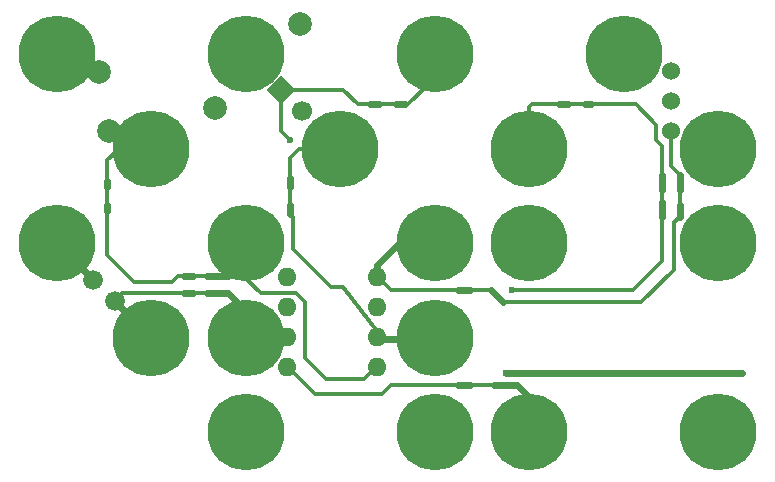
<source format=gbl>
G04 #@! TF.FileFunction,Copper,L2,Bot,Signal*
%FSLAX46Y46*%
G04 Gerber Fmt 4.6, Leading zero omitted, Abs format (unit mm)*
G04 Created by KiCad (PCBNEW (2015-08-15 BZR 6092)-product) date 2/28/2016 10:29:08 PM*
%MOMM*%
G01*
G04 APERTURE LIST*
%ADD10C,0.100000*%
%ADD11C,6.500000*%
%ADD12C,1.676400*%
%ADD13C,1.700000*%
%ADD14O,1.600000X1.600000*%
%ADD15C,1.998980*%
%ADD16C,1.524000*%
%ADD17C,2.000000*%
%ADD18C,0.600000*%
%ADD19C,0.304800*%
%ADD20C,0.609600*%
G04 APERTURE END LIST*
D10*
D11*
X169000000Y-56000000D03*
X169000000Y-40000000D03*
X145000000Y-56000000D03*
D12*
X116101974Y-43101974D03*
X117898026Y-44898026D03*
D10*
G36*
X132000000Y-28202082D02*
X130797918Y-27000000D01*
X132000000Y-25797918D01*
X133202082Y-27000000D01*
X132000000Y-28202082D01*
X132000000Y-28202082D01*
G37*
D13*
X133796051Y-28796051D03*
D14*
X132500000Y-42900000D03*
X132500000Y-45440000D03*
X132500000Y-47980000D03*
X132500000Y-50520000D03*
X140120000Y-50520000D03*
X140120000Y-47980000D03*
X140120000Y-45440000D03*
X140120000Y-42900000D03*
D15*
X126407898Y-28592102D03*
X133592102Y-21407898D03*
D11*
X129000000Y-48000000D03*
X145000000Y-48000000D03*
X129000000Y-40000000D03*
X129000000Y-56000000D03*
X145000000Y-40000000D03*
X161000000Y-24000000D03*
X169000000Y-32000000D03*
D16*
X165000000Y-28000000D03*
X165000000Y-30540000D03*
X165000000Y-25460000D03*
D11*
X129000000Y-24000000D03*
X137000000Y-32000000D03*
X145000000Y-24000000D03*
X153000000Y-32000000D03*
X153000000Y-40000000D03*
X153000000Y-56000000D03*
X113000000Y-40000000D03*
X121000000Y-48000000D03*
X113000000Y-24000000D03*
X121000000Y-32000000D03*
D17*
X117434120Y-30462019D03*
X116565880Y-25537981D03*
D18*
X132750000Y-31250000D03*
X151500000Y-44000000D03*
X151000000Y-51000000D03*
X171000000Y-51000000D03*
D19*
X132000000Y-30500000D02*
X132000000Y-27000000D01*
X132750000Y-31250000D02*
X132000000Y-30500000D01*
X139500000Y-28250000D02*
X138500000Y-28250000D01*
X138500000Y-28250000D02*
X137250000Y-27000000D01*
X137250000Y-27000000D02*
X132000000Y-27000000D01*
D20*
X139500000Y-28250000D02*
X140250000Y-28250000D01*
X141750000Y-28250000D02*
X142500000Y-28250000D01*
D19*
X145000000Y-26000000D02*
X142750000Y-28250000D01*
X142750000Y-28250000D02*
X142500000Y-28250000D01*
X140250000Y-28250000D02*
X141750000Y-28250000D01*
X145000000Y-24000000D02*
X145000000Y-26000000D01*
X147000000Y-52000000D02*
X141250000Y-52000000D01*
X148000000Y-52000000D02*
X150000000Y-52000000D01*
D20*
X152000000Y-52000000D02*
X150000000Y-52000000D01*
X153000000Y-53000000D02*
X152000000Y-52000000D01*
X147000000Y-52000000D02*
X148000000Y-52000000D01*
D19*
X134830000Y-52750000D02*
X132600000Y-50520000D01*
X140500000Y-52750000D02*
X134830000Y-52750000D01*
X141250000Y-52000000D02*
X140500000Y-52750000D01*
D20*
X145000000Y-25500000D02*
X145000000Y-24000000D01*
X153000000Y-56000000D02*
X153000000Y-53000000D01*
X113000000Y-40000000D02*
X116101974Y-43101974D01*
D19*
X116203948Y-43000000D02*
X116101974Y-43101974D01*
D20*
X140120000Y-42900000D02*
X140120000Y-41880000D01*
X140120000Y-41880000D02*
X142000000Y-40000000D01*
X142000000Y-40000000D02*
X145000000Y-40000000D01*
D19*
X165750000Y-34250000D02*
X165000000Y-33500000D01*
X165750000Y-35500000D02*
X165750000Y-36750000D01*
X150750000Y-45000000D02*
X162500000Y-45000000D01*
D20*
X150750000Y-45000000D02*
X149750000Y-44000000D01*
D19*
X149750000Y-44000000D02*
X148000000Y-44000000D01*
D20*
X147000000Y-44000000D02*
X148000000Y-44000000D01*
D19*
X140220000Y-42900000D02*
X141320000Y-44000000D01*
X147000000Y-44000000D02*
X141320000Y-44000000D01*
X165250000Y-38250000D02*
X165750000Y-37750000D01*
X165250000Y-42250000D02*
X165250000Y-38250000D01*
X162500000Y-45000000D02*
X165250000Y-42250000D01*
D20*
X165750000Y-36750000D02*
X165750000Y-37750000D01*
X165750000Y-34250000D02*
X165750000Y-35500000D01*
D19*
X165000000Y-33500000D02*
X165000000Y-30540000D01*
D20*
X142000000Y-40000000D02*
X145000000Y-40000000D01*
D19*
X132750000Y-34500000D02*
X132750000Y-32750000D01*
X132750000Y-35250000D02*
X132750000Y-35500000D01*
D20*
X132750000Y-36750000D02*
X132750000Y-37500000D01*
D19*
X133000000Y-37750000D02*
X132750000Y-37500000D01*
X137250000Y-43750000D02*
X136250000Y-43750000D01*
X136250000Y-43750000D02*
X133000000Y-40500000D01*
X133000000Y-40500000D02*
X133000000Y-38000000D01*
X140120000Y-47420000D02*
X137250000Y-43750000D01*
X133000000Y-38000000D02*
X133000000Y-37750000D01*
X132750000Y-35500000D02*
X132750000Y-36750000D01*
D20*
X132750000Y-34500000D02*
X132750000Y-35250000D01*
D19*
X133500000Y-32000000D02*
X137000000Y-32000000D01*
X132750000Y-32750000D02*
X133500000Y-32000000D01*
X140120000Y-48080000D02*
X140120000Y-47420000D01*
D20*
X145000000Y-48000000D02*
X140140000Y-48100000D01*
X140140000Y-48100000D02*
X140120000Y-48080000D01*
D19*
X164250000Y-37750000D02*
X164250000Y-41500000D01*
D20*
X164250000Y-36500000D02*
X164250000Y-37750000D01*
D19*
X161750000Y-44000000D02*
X157750000Y-44000000D01*
X164250000Y-41500000D02*
X161750000Y-44000000D01*
X164250000Y-36750000D02*
X164250000Y-36500000D01*
X164250000Y-36500000D02*
X164250000Y-35500000D01*
X163750000Y-31000000D02*
X163750000Y-31250000D01*
X157750000Y-28250000D02*
X156250000Y-28250000D01*
X162000000Y-28250000D02*
X158250000Y-28250000D01*
X163750000Y-30000000D02*
X162000000Y-28250000D01*
X163750000Y-31000000D02*
X163750000Y-30000000D01*
D20*
X157750000Y-28250000D02*
X158250000Y-28250000D01*
D19*
X164250000Y-31750000D02*
X164250000Y-34250000D01*
X163750000Y-31250000D02*
X164250000Y-31750000D01*
D20*
X164250000Y-35500000D02*
X164250000Y-34250000D01*
D19*
X151500000Y-44000000D02*
X157750000Y-44000000D01*
X157750000Y-44000000D02*
X158000000Y-44000000D01*
X155750000Y-28250000D02*
X153250000Y-28250000D01*
X153000000Y-28500000D02*
X153000000Y-32000000D01*
X153250000Y-28250000D02*
X153000000Y-28500000D01*
D20*
X156250000Y-28250000D02*
X155750000Y-28250000D01*
X155750000Y-28250000D02*
X155500000Y-28250000D01*
D19*
X156000000Y-28250000D02*
X156250000Y-28250000D01*
X123750000Y-44250000D02*
X118546052Y-44250000D01*
D20*
X126500000Y-44250000D02*
X127500000Y-44250000D01*
D19*
X124500000Y-44250000D02*
X125750000Y-44250000D01*
D20*
X126500000Y-44250000D02*
X125750000Y-44250000D01*
X129000000Y-45750000D02*
X127500000Y-44250000D01*
X123750000Y-44250000D02*
X124500000Y-44250000D01*
D19*
X118546052Y-44250000D02*
X117898026Y-44898026D01*
D20*
X129000000Y-45750000D02*
X129000000Y-48000000D01*
X117898026Y-44898026D02*
X121000000Y-48000000D01*
D19*
X117898026Y-44898026D02*
X118101974Y-44898026D01*
X132500000Y-48080000D02*
X132080000Y-48080000D01*
D20*
X132500000Y-48080000D02*
X129170000Y-47830000D01*
X129170000Y-47830000D02*
X129000000Y-48000000D01*
X151000000Y-51000000D02*
X171000000Y-51000000D01*
D19*
X123750000Y-42750000D02*
X123250000Y-42750000D01*
X118250000Y-32000000D02*
X117250000Y-33000000D01*
D20*
X117250000Y-34750000D02*
X117250000Y-35250000D01*
X117250000Y-36750000D02*
X117250000Y-37250000D01*
D19*
X117250000Y-40750000D02*
X117250000Y-37250000D01*
X117250000Y-35250000D02*
X117250000Y-36750000D01*
X117250000Y-34750000D02*
X117250000Y-33000000D01*
X124500000Y-42750000D02*
X125750000Y-42750000D01*
D20*
X125750000Y-42750000D02*
X127500000Y-42750000D01*
X123750000Y-42750000D02*
X124500000Y-42750000D01*
D19*
X117250000Y-41000000D02*
X117250000Y-40750000D01*
X119500000Y-43250000D02*
X117250000Y-41000000D01*
X122750000Y-43250000D02*
X119500000Y-43250000D01*
X123250000Y-42750000D02*
X122750000Y-43250000D01*
X118250000Y-32000000D02*
X121000000Y-32000000D01*
X140220000Y-50520000D02*
X139980000Y-50520000D01*
X139980000Y-50520000D02*
X139000000Y-51500000D01*
X130250000Y-44250000D02*
X129000000Y-43000000D01*
X133250000Y-44250000D02*
X130250000Y-44250000D01*
X134000000Y-45000000D02*
X133250000Y-44250000D01*
X134000000Y-49750000D02*
X134000000Y-45000000D01*
X135750000Y-51500000D02*
X134000000Y-49750000D01*
X139000000Y-51500000D02*
X135750000Y-51500000D01*
X129000000Y-43000000D02*
X129000000Y-40000000D01*
D20*
X127500000Y-42750000D02*
X129000000Y-41250000D01*
X129000000Y-41250000D02*
X129000000Y-40000000D01*
D19*
X117434120Y-30462019D02*
X119462019Y-30462019D01*
X119462019Y-30462019D02*
X121000000Y-32000000D01*
X119750000Y-32000000D02*
X121000000Y-32000000D01*
D20*
X129000000Y-40000000D02*
X129000000Y-40750000D01*
M02*

</source>
